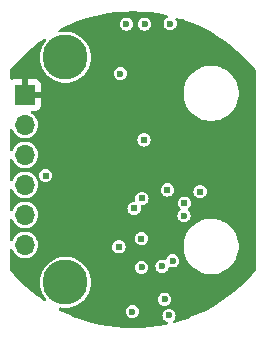
<source format=gbr>
%TF.GenerationSoftware,KiCad,Pcbnew,8.0.4-8.0.4-0~ubuntu22.04.1*%
%TF.CreationDate,2024-08-30T21:18:55-07:00*%
%TF.ProjectId,mag-encoder,6d61672d-656e-4636-9f64-65722e6b6963,1*%
%TF.SameCoordinates,Original*%
%TF.FileFunction,Copper,L3,Inr*%
%TF.FilePolarity,Positive*%
%FSLAX46Y46*%
G04 Gerber Fmt 4.6, Leading zero omitted, Abs format (unit mm)*
G04 Created by KiCad (PCBNEW 8.0.4-8.0.4-0~ubuntu22.04.1) date 2024-08-30 21:18:55*
%MOMM*%
%LPD*%
G01*
G04 APERTURE LIST*
%TA.AperFunction,ComponentPad*%
%ADD10C,3.810000*%
%TD*%
%TA.AperFunction,ComponentPad*%
%ADD11R,1.700000X1.700000*%
%TD*%
%TA.AperFunction,ComponentPad*%
%ADD12O,1.700000X1.700000*%
%TD*%
%TA.AperFunction,ViaPad*%
%ADD13C,0.600000*%
%TD*%
%TA.AperFunction,ViaPad*%
%ADD14C,0.609600*%
%TD*%
G04 APERTURE END LIST*
D10*
%TO.N,*%
%TO.C,H1*%
X224840800Y-114046000D03*
%TD*%
D11*
%TO.N,GND*%
%TO.C,J1*%
X221411800Y-117221000D03*
D12*
%TO.N,+3.3V*%
X221411800Y-119761000D03*
%TO.N,/CS*%
X221411800Y-122301000D03*
%TO.N,/MOSI*%
X221411800Y-124841000D03*
%TO.N,/MISO*%
X221411800Y-127381000D03*
%TO.N,/SCLK*%
X221411800Y-129921000D03*
%TD*%
D10*
%TO.N,*%
%TO.C,H2*%
X224840800Y-133096000D03*
%TD*%
D13*
%TO.N,+3.3V*%
X233705400Y-111175800D03*
D14*
X233464100Y-125260100D03*
X231317800Y-125984000D03*
D13*
X233248200Y-134518400D03*
X229489000Y-115417600D03*
%TO.N,GND*%
X231673400Y-115265200D03*
D14*
X226491800Y-117094000D03*
X232003600Y-122097800D03*
D13*
X228955600Y-135509000D03*
X232029000Y-135509000D03*
D14*
X233984800Y-121793000D03*
D13*
%TO.N,+5V*%
X231546400Y-111226600D03*
%TO.N,Net-(D4-A)*%
X231292400Y-131826000D03*
%TO.N,Net-(D1-K)*%
X229997000Y-111226600D03*
%TO.N,Net-(D3-A)*%
X233924399Y-131273400D03*
%TO.N,Net-(D4-K)*%
X230505000Y-135559800D03*
D14*
X229368646Y-130086100D03*
X231267000Y-129387600D03*
%TO.N,/A*%
X223157754Y-124046954D03*
%TO.N,/B*%
X236245400Y-125412501D03*
%TO.N,/PWM*%
X234911727Y-126377562D03*
D13*
%TO.N,Net-(Q1-D)*%
X233603800Y-135890000D03*
%TO.N,Net-(Q1-G)*%
X234883106Y-127441105D03*
%TO.N,Net-(D5-A)*%
X233019600Y-131724400D03*
D14*
%TO.N,/MISO*%
X231495600Y-121031000D03*
X230657400Y-126822200D03*
%TD*%
%TA.AperFunction,Conductor*%
%TO.N,GND*%
G36*
X231263939Y-110169733D02*
G01*
X231270471Y-110170079D01*
X231973341Y-110226166D01*
X231979872Y-110226862D01*
X232678775Y-110320167D01*
X232685272Y-110321210D01*
X233378224Y-110451465D01*
X233384641Y-110452849D01*
X233404533Y-110457693D01*
X233465010Y-110492681D01*
X233496972Y-110554812D01*
X233490269Y-110624359D01*
X233447030Y-110679242D01*
X233432685Y-110687180D01*
X233432800Y-110687379D01*
X233425761Y-110691442D01*
X233359554Y-110742245D01*
X233309926Y-110780326D01*
X233276132Y-110824368D01*
X233221043Y-110896161D01*
X233165172Y-111031045D01*
X233165171Y-111031047D01*
X233146115Y-111175798D01*
X233146115Y-111175801D01*
X233165171Y-111320552D01*
X233165173Y-111320557D01*
X233221042Y-111455438D01*
X233221045Y-111455444D01*
X233309925Y-111571273D01*
X233309926Y-111571274D01*
X233425755Y-111660154D01*
X233425761Y-111660157D01*
X233493201Y-111688091D01*
X233560646Y-111716028D01*
X233633023Y-111725556D01*
X233705399Y-111735085D01*
X233705400Y-111735085D01*
X233705401Y-111735085D01*
X233753651Y-111728732D01*
X233850154Y-111716028D01*
X233985043Y-111660155D01*
X234100874Y-111571274D01*
X234189755Y-111455443D01*
X234245628Y-111320554D01*
X234264685Y-111175800D01*
X234245628Y-111031046D01*
X234189755Y-110896158D01*
X234189754Y-110896156D01*
X234183737Y-110888315D01*
X234158542Y-110823146D01*
X234172580Y-110754701D01*
X234221394Y-110704711D01*
X234289485Y-110689047D01*
X234317801Y-110694075D01*
X234519507Y-110754701D01*
X234751293Y-110824368D01*
X234757544Y-110826429D01*
X235089309Y-110945679D01*
X235421081Y-111064933D01*
X235427198Y-111067316D01*
X235805895Y-111226601D01*
X236077126Y-111340684D01*
X236083124Y-111343396D01*
X236717654Y-111650876D01*
X236723496Y-111653902D01*
X237217818Y-111926731D01*
X237340772Y-111994592D01*
X237346444Y-111997921D01*
X237944831Y-112370922D01*
X237950297Y-112374535D01*
X238094404Y-112475360D01*
X238528022Y-112778743D01*
X238533313Y-112782658D01*
X238710674Y-112921329D01*
X239088793Y-113216964D01*
X239093834Y-113221126D01*
X239370338Y-113462012D01*
X239625474Y-113684283D01*
X239630315Y-113688731D01*
X239712634Y-113768514D01*
X240136626Y-114179444D01*
X240141229Y-114184148D01*
X240620788Y-114701033D01*
X240625135Y-114705975D01*
X240768004Y-114877371D01*
X240863439Y-114991862D01*
X240940549Y-115084368D01*
X240968353Y-115148467D01*
X240969300Y-115163764D01*
X240969300Y-131977739D01*
X240949615Y-132044778D01*
X240940439Y-132057266D01*
X240625188Y-132434408D01*
X240620843Y-132439334D01*
X240141037Y-132955165D01*
X240136438Y-132959855D01*
X239629944Y-133449598D01*
X239625102Y-133454037D01*
X239093413Y-133916245D01*
X239088343Y-133920422D01*
X238532919Y-134353828D01*
X238527635Y-134357731D01*
X237950026Y-134761126D01*
X237944543Y-134764743D01*
X237346393Y-135136975D01*
X237340726Y-135140297D01*
X236723695Y-135480335D01*
X236717860Y-135483352D01*
X236083693Y-135790236D01*
X236077706Y-135792940D01*
X235428155Y-136065819D01*
X235422051Y-136068194D01*
X234901394Y-136255148D01*
X234758994Y-136306281D01*
X234752755Y-136308336D01*
X234113350Y-136500365D01*
X234043482Y-136500795D01*
X233984473Y-136463383D01*
X233955057Y-136400007D01*
X233964575Y-136330789D01*
X233994841Y-136292535D01*
X233993527Y-136291221D01*
X233999269Y-136285477D01*
X233999274Y-136285474D01*
X234088155Y-136169643D01*
X234144028Y-136034754D01*
X234163085Y-135890000D01*
X234156428Y-135839438D01*
X234144028Y-135745247D01*
X234144028Y-135745246D01*
X234088155Y-135610358D01*
X233999274Y-135494526D01*
X233883443Y-135405645D01*
X233883440Y-135405644D01*
X233883438Y-135405642D01*
X233748557Y-135349773D01*
X233748552Y-135349771D01*
X233603801Y-135330715D01*
X233603799Y-135330715D01*
X233459047Y-135349771D01*
X233459045Y-135349772D01*
X233324161Y-135405643D01*
X233324158Y-135405644D01*
X233324158Y-135405645D01*
X233311905Y-135415047D01*
X233208326Y-135494526D01*
X233119443Y-135610361D01*
X233063572Y-135745245D01*
X233063571Y-135745247D01*
X233044515Y-135889998D01*
X233044515Y-135890001D01*
X233063571Y-136034752D01*
X233063573Y-136034757D01*
X233119442Y-136169638D01*
X233119445Y-136169644D01*
X233208325Y-136285473D01*
X233208326Y-136285474D01*
X233324155Y-136374354D01*
X233324161Y-136374357D01*
X233460514Y-136430836D01*
X233514918Y-136474677D01*
X233536983Y-136540971D01*
X233519704Y-136608670D01*
X233468567Y-136656281D01*
X233442388Y-136665879D01*
X233387127Y-136679330D01*
X233380707Y-136680714D01*
X232688310Y-136810857D01*
X232681824Y-136811899D01*
X231983508Y-136905192D01*
X231976976Y-136905889D01*
X231274699Y-136962070D01*
X231268140Y-136962420D01*
X230563890Y-136981332D01*
X230557321Y-136981335D01*
X229853021Y-136962925D01*
X229846461Y-136962579D01*
X229144162Y-136906901D01*
X229137630Y-136906209D01*
X228439231Y-136813413D01*
X228432744Y-136812375D01*
X227740273Y-136682730D01*
X227733851Y-136681351D01*
X227049191Y-136515211D01*
X227042851Y-136513493D01*
X226367959Y-136311333D01*
X226361718Y-136309282D01*
X225698491Y-136071669D01*
X225692368Y-136069291D01*
X225042629Y-135796880D01*
X225036640Y-135794180D01*
X224949793Y-135752230D01*
X224656084Y-135610358D01*
X224551413Y-135559798D01*
X229945715Y-135559798D01*
X229945715Y-135559801D01*
X229964771Y-135704552D01*
X229964773Y-135704557D01*
X230020642Y-135839438D01*
X230020645Y-135839444D01*
X230109525Y-135955273D01*
X230109526Y-135955274D01*
X230225355Y-136044154D01*
X230225361Y-136044157D01*
X230289102Y-136070559D01*
X230360246Y-136100028D01*
X230432623Y-136109556D01*
X230504999Y-136119085D01*
X230505000Y-136119085D01*
X230505001Y-136119085D01*
X230553251Y-136112732D01*
X230649754Y-136100028D01*
X230784643Y-136044155D01*
X230900474Y-135955274D01*
X230989355Y-135839443D01*
X231045228Y-135704554D01*
X231064285Y-135559800D01*
X231045228Y-135415046D01*
X230989355Y-135280158D01*
X230900474Y-135164326D01*
X230784643Y-135075445D01*
X230784640Y-135075444D01*
X230784638Y-135075442D01*
X230649757Y-135019573D01*
X230649752Y-135019571D01*
X230505001Y-135000515D01*
X230504999Y-135000515D01*
X230360247Y-135019571D01*
X230360245Y-135019572D01*
X230225361Y-135075443D01*
X230225358Y-135075444D01*
X230225358Y-135075445D01*
X230145171Y-135136975D01*
X230109526Y-135164326D01*
X230020643Y-135280161D01*
X229964772Y-135415045D01*
X229964771Y-135415047D01*
X229945715Y-135559798D01*
X224551413Y-135559798D01*
X224402254Y-135487749D01*
X224396416Y-135484736D01*
X224393900Y-135483352D01*
X224328600Y-135447426D01*
X224279352Y-135397864D01*
X224264717Y-135329545D01*
X224289341Y-135264158D01*
X224345407Y-135222464D01*
X224405252Y-135215938D01*
X224663469Y-135251429D01*
X224693085Y-135255500D01*
X224693086Y-135255500D01*
X224988515Y-135255500D01*
X225020068Y-135251163D01*
X225281190Y-135215273D01*
X225565662Y-135135567D01*
X225832709Y-135019572D01*
X225836630Y-135017869D01*
X225861484Y-135002755D01*
X226089051Y-134864369D01*
X226318218Y-134677928D01*
X226467209Y-134518398D01*
X232688915Y-134518398D01*
X232688915Y-134518401D01*
X232707971Y-134663152D01*
X232707973Y-134663157D01*
X232763842Y-134798038D01*
X232763845Y-134798044D01*
X232852725Y-134913873D01*
X232852726Y-134913874D01*
X232968555Y-135002754D01*
X232968561Y-135002757D01*
X233009159Y-135019573D01*
X233103446Y-135058628D01*
X233175823Y-135068156D01*
X233248199Y-135077685D01*
X233248200Y-135077685D01*
X233248201Y-135077685D01*
X233296451Y-135071332D01*
X233392954Y-135058628D01*
X233527843Y-135002755D01*
X233643674Y-134913874D01*
X233732555Y-134798043D01*
X233788428Y-134663154D01*
X233807485Y-134518400D01*
X233788428Y-134373646D01*
X233732555Y-134238758D01*
X233643674Y-134122926D01*
X233527843Y-134034045D01*
X233527840Y-134034044D01*
X233527838Y-134034042D01*
X233392957Y-133978173D01*
X233392952Y-133978171D01*
X233248201Y-133959115D01*
X233248199Y-133959115D01*
X233103447Y-133978171D01*
X233103445Y-133978172D01*
X232968561Y-134034043D01*
X232968558Y-134034044D01*
X232968558Y-134034045D01*
X232852726Y-134122926D01*
X232777725Y-134220670D01*
X232763843Y-134238761D01*
X232707972Y-134373645D01*
X232707971Y-134373647D01*
X232688915Y-134518398D01*
X226467209Y-134518398D01*
X226519863Y-134462019D01*
X226690230Y-134220663D01*
X226826146Y-133958357D01*
X226925079Y-133679988D01*
X226985185Y-133390739D01*
X227005346Y-133096000D01*
X226985185Y-132801261D01*
X226925079Y-132512012D01*
X226913099Y-132478305D01*
X226826147Y-132233646D01*
X226826148Y-132233646D01*
X226690229Y-131971335D01*
X226690225Y-131971329D01*
X226587640Y-131825998D01*
X230733115Y-131825998D01*
X230733115Y-131826001D01*
X230752171Y-131970752D01*
X230752173Y-131970757D01*
X230808042Y-132105638D01*
X230808045Y-132105644D01*
X230896925Y-132221473D01*
X230896926Y-132221474D01*
X231012755Y-132310354D01*
X231012761Y-132310357D01*
X231080201Y-132338291D01*
X231147646Y-132366228D01*
X231210995Y-132374568D01*
X231292399Y-132385285D01*
X231292400Y-132385285D01*
X231292401Y-132385285D01*
X231340651Y-132378932D01*
X231437154Y-132366228D01*
X231572043Y-132310355D01*
X231687874Y-132221474D01*
X231776755Y-132105643D01*
X231832628Y-131970754D01*
X231851685Y-131826000D01*
X231849669Y-131810690D01*
X231838309Y-131724398D01*
X232460315Y-131724398D01*
X232460315Y-131724401D01*
X232479371Y-131869152D01*
X232479373Y-131869157D01*
X232535242Y-132004038D01*
X232535245Y-132004044D01*
X232624125Y-132119873D01*
X232624126Y-132119874D01*
X232739955Y-132208754D01*
X232739961Y-132208757D01*
X232770663Y-132221474D01*
X232874846Y-132264628D01*
X232947223Y-132274156D01*
X233019599Y-132283685D01*
X233019600Y-132283685D01*
X233019601Y-132283685D01*
X233067851Y-132277332D01*
X233164354Y-132264628D01*
X233299243Y-132208755D01*
X233415074Y-132119874D01*
X233503955Y-132004043D01*
X233559828Y-131869154D01*
X233559827Y-131869154D01*
X233562938Y-131861646D01*
X233565377Y-131862656D01*
X233594933Y-131814150D01*
X233657774Y-131783610D01*
X233725810Y-131791328D01*
X233779645Y-131813628D01*
X233852022Y-131823156D01*
X233924398Y-131832685D01*
X233924399Y-131832685D01*
X233924400Y-131832685D01*
X233975192Y-131825998D01*
X234069153Y-131813628D01*
X234204042Y-131757755D01*
X234319873Y-131668874D01*
X234408754Y-131553043D01*
X234464627Y-131418154D01*
X234483684Y-131273400D01*
X234464627Y-131128646D01*
X234408754Y-130993758D01*
X234319873Y-130877926D01*
X234204042Y-130789045D01*
X234204039Y-130789044D01*
X234204037Y-130789042D01*
X234069156Y-130733173D01*
X234069151Y-130733171D01*
X233924400Y-130714115D01*
X233924398Y-130714115D01*
X233779646Y-130733171D01*
X233779644Y-130733172D01*
X233644760Y-130789043D01*
X233644757Y-130789044D01*
X233644757Y-130789045D01*
X233528925Y-130877926D01*
X233453113Y-130976727D01*
X233440042Y-130993761D01*
X233414083Y-131056433D01*
X233384172Y-131128645D01*
X233381061Y-131136155D01*
X233378626Y-131135146D01*
X233349032Y-131183680D01*
X233286178Y-131214196D01*
X233218188Y-131206471D01*
X233164354Y-131184172D01*
X233164351Y-131184171D01*
X233164352Y-131184171D01*
X233019601Y-131165115D01*
X233019599Y-131165115D01*
X232874847Y-131184171D01*
X232874845Y-131184172D01*
X232739961Y-131240043D01*
X232739958Y-131240044D01*
X232739958Y-131240045D01*
X232624126Y-131328926D01*
X232555661Y-131418152D01*
X232535243Y-131444761D01*
X232479372Y-131579645D01*
X232479371Y-131579647D01*
X232460315Y-131724398D01*
X231838309Y-131724398D01*
X231832628Y-131681247D01*
X231832628Y-131681246D01*
X231776755Y-131546358D01*
X231687874Y-131430526D01*
X231572043Y-131341645D01*
X231572040Y-131341644D01*
X231572038Y-131341642D01*
X231437157Y-131285773D01*
X231437152Y-131285771D01*
X231292401Y-131266715D01*
X231292399Y-131266715D01*
X231147647Y-131285771D01*
X231147645Y-131285772D01*
X231012761Y-131341643D01*
X231012758Y-131341644D01*
X231012758Y-131341645D01*
X230913052Y-131418152D01*
X230896926Y-131430526D01*
X230808043Y-131546361D01*
X230752172Y-131681245D01*
X230752171Y-131681247D01*
X230733115Y-131825998D01*
X226587640Y-131825998D01*
X226519865Y-131729983D01*
X226318214Y-131514068D01*
X226089057Y-131327635D01*
X226089046Y-131327628D01*
X225836630Y-131174130D01*
X225565665Y-131056434D01*
X225565663Y-131056433D01*
X225565662Y-131056433D01*
X225455262Y-131025500D01*
X225281195Y-130976728D01*
X225281191Y-130976727D01*
X225281190Y-130976727D01*
X225134852Y-130956613D01*
X224988515Y-130936500D01*
X224988514Y-130936500D01*
X224693086Y-130936500D01*
X224693085Y-130936500D01*
X224400410Y-130976727D01*
X224400404Y-130976728D01*
X224115934Y-131056434D01*
X223844969Y-131174130D01*
X223592553Y-131327628D01*
X223592542Y-131327635D01*
X223363385Y-131514068D01*
X223161734Y-131729983D01*
X222991374Y-131971329D01*
X222991370Y-131971335D01*
X222855452Y-132233646D01*
X222756522Y-132512006D01*
X222756521Y-132512009D01*
X222696414Y-132801266D01*
X222676254Y-133096000D01*
X222696414Y-133390733D01*
X222756521Y-133679990D01*
X222756522Y-133679993D01*
X222855452Y-133958353D01*
X222855451Y-133958353D01*
X222991370Y-134220664D01*
X222991374Y-134220670D01*
X223161734Y-134462017D01*
X223164408Y-134465303D01*
X223163611Y-134465951D01*
X223192884Y-134524218D01*
X223185518Y-134593699D01*
X223141756Y-134648166D01*
X223075495Y-134670328D01*
X223007770Y-134653149D01*
X222999960Y-134648126D01*
X222822269Y-134524218D01*
X222591687Y-134363427D01*
X222586402Y-134359530D01*
X222408186Y-134220670D01*
X222030662Y-133926515D01*
X222025591Y-133922343D01*
X221493561Y-133460505D01*
X221488716Y-133456070D01*
X220981881Y-132966699D01*
X220977278Y-132962012D01*
X220497097Y-132446514D01*
X220492748Y-132441591D01*
X220171217Y-132057494D01*
X220143279Y-131993453D01*
X220142300Y-131977899D01*
X220142300Y-130376628D01*
X220161985Y-130309589D01*
X220214789Y-130263834D01*
X220283947Y-130253890D01*
X220347503Y-130282915D01*
X220377300Y-130321356D01*
X220468712Y-130504935D01*
X220592069Y-130668287D01*
X220743337Y-130806185D01*
X220743339Y-130806187D01*
X220917369Y-130913942D01*
X220917375Y-130913945D01*
X220957810Y-130929609D01*
X221108244Y-130987888D01*
X221309453Y-131025500D01*
X221309456Y-131025500D01*
X221514144Y-131025500D01*
X221514147Y-131025500D01*
X221715356Y-130987888D01*
X221906227Y-130913944D01*
X222080262Y-130806186D01*
X222231532Y-130668285D01*
X222354888Y-130504935D01*
X222446128Y-130321701D01*
X222502145Y-130124821D01*
X222505733Y-130086098D01*
X228804520Y-130086098D01*
X228804520Y-130086101D01*
X228823741Y-130232105D01*
X228823742Y-130232107D01*
X228860853Y-130321701D01*
X228880099Y-130368163D01*
X228969749Y-130484997D01*
X229086583Y-130574647D01*
X229222639Y-130631004D01*
X229295642Y-130640615D01*
X229368645Y-130650226D01*
X229368646Y-130650226D01*
X229368647Y-130650226D01*
X229417315Y-130643818D01*
X229514653Y-130631004D01*
X229650709Y-130574647D01*
X229767543Y-130484997D01*
X229857193Y-130368163D01*
X229913550Y-130232107D01*
X229932772Y-130086100D01*
X229913550Y-129940093D01*
X229857193Y-129804037D01*
X229767543Y-129687203D01*
X229650709Y-129597553D01*
X229650705Y-129597551D01*
X229514653Y-129541196D01*
X229514651Y-129541195D01*
X229368647Y-129521974D01*
X229368645Y-129521974D01*
X229222640Y-129541195D01*
X229222638Y-129541196D01*
X229086586Y-129597551D01*
X228969749Y-129687203D01*
X228880097Y-129804040D01*
X228823742Y-129940092D01*
X228823741Y-129940094D01*
X228804520Y-130086098D01*
X222505733Y-130086098D01*
X222521032Y-129921000D01*
X222502145Y-129717179D01*
X222446128Y-129520299D01*
X222380051Y-129387598D01*
X230702874Y-129387598D01*
X230702874Y-129387601D01*
X230722095Y-129533605D01*
X230722096Y-129533607D01*
X230748583Y-129597553D01*
X230778453Y-129669663D01*
X230868103Y-129786497D01*
X230984937Y-129876147D01*
X231120993Y-129932504D01*
X231193996Y-129942115D01*
X231266999Y-129951726D01*
X231267000Y-129951726D01*
X231267001Y-129951726D01*
X231315669Y-129945318D01*
X231413007Y-129932504D01*
X231496477Y-129897929D01*
X234842300Y-129897929D01*
X234842300Y-130204070D01*
X234842301Y-130204086D01*
X234882260Y-130507607D01*
X234961502Y-130803340D01*
X235078654Y-131086173D01*
X235078662Y-131086189D01*
X235231731Y-131351310D01*
X235231742Y-131351326D01*
X235418109Y-131594204D01*
X235418115Y-131594211D01*
X235634588Y-131810684D01*
X235634595Y-131810690D01*
X235710784Y-131869152D01*
X235877482Y-131997064D01*
X235877489Y-131997068D01*
X236142610Y-132150137D01*
X236142626Y-132150145D01*
X236425459Y-132267297D01*
X236425461Y-132267297D01*
X236425467Y-132267300D01*
X236721189Y-132346539D01*
X237024723Y-132386500D01*
X237024730Y-132386500D01*
X237330870Y-132386500D01*
X237330877Y-132386500D01*
X237634411Y-132346539D01*
X237930133Y-132267300D01*
X238040770Y-132221473D01*
X238212973Y-132150145D01*
X238212976Y-132150143D01*
X238212982Y-132150141D01*
X238478118Y-131997064D01*
X238721006Y-131810689D01*
X238937489Y-131594206D01*
X239123864Y-131351318D01*
X239276941Y-131086182D01*
X239289264Y-131056433D01*
X239394097Y-130803340D01*
X239394096Y-130803340D01*
X239394100Y-130803333D01*
X239473339Y-130507611D01*
X239513300Y-130204077D01*
X239513300Y-129897923D01*
X239473339Y-129594389D01*
X239394100Y-129298667D01*
X239370460Y-129241594D01*
X239276945Y-129015826D01*
X239276937Y-129015810D01*
X239123868Y-128750689D01*
X239123864Y-128750682D01*
X238937489Y-128507794D01*
X238937484Y-128507788D01*
X238721011Y-128291315D01*
X238721004Y-128291309D01*
X238478126Y-128104942D01*
X238478124Y-128104940D01*
X238478118Y-128104936D01*
X238478113Y-128104933D01*
X238478110Y-128104931D01*
X238212989Y-127951862D01*
X238212973Y-127951854D01*
X237930140Y-127834702D01*
X237732350Y-127781704D01*
X237634411Y-127755461D01*
X237634410Y-127755460D01*
X237634407Y-127755460D01*
X237330886Y-127715501D01*
X237330883Y-127715500D01*
X237330877Y-127715500D01*
X237024723Y-127715500D01*
X237024717Y-127715500D01*
X237024713Y-127715501D01*
X236721192Y-127755460D01*
X236425459Y-127834702D01*
X236142626Y-127951854D01*
X236142610Y-127951862D01*
X235877489Y-128104931D01*
X235877473Y-128104942D01*
X235634595Y-128291309D01*
X235634588Y-128291315D01*
X235418115Y-128507788D01*
X235418109Y-128507795D01*
X235231742Y-128750673D01*
X235231731Y-128750689D01*
X235078662Y-129015810D01*
X235078654Y-129015826D01*
X234961502Y-129298659D01*
X234882260Y-129594392D01*
X234842301Y-129897913D01*
X234842300Y-129897929D01*
X231496477Y-129897929D01*
X231549063Y-129876147D01*
X231665897Y-129786497D01*
X231755547Y-129669663D01*
X231811904Y-129533607D01*
X231831126Y-129387600D01*
X231811904Y-129241593D01*
X231755547Y-129105537D01*
X231665897Y-128988703D01*
X231549063Y-128899053D01*
X231549059Y-128899051D01*
X231413007Y-128842696D01*
X231413005Y-128842695D01*
X231267001Y-128823474D01*
X231266999Y-128823474D01*
X231120994Y-128842695D01*
X231120992Y-128842696D01*
X230984940Y-128899051D01*
X230984937Y-128899052D01*
X230984937Y-128899053D01*
X230868103Y-128988703D01*
X230831954Y-129035814D01*
X230778451Y-129105540D01*
X230722096Y-129241592D01*
X230722095Y-129241594D01*
X230702874Y-129387598D01*
X222380051Y-129387598D01*
X222354888Y-129337065D01*
X222231532Y-129173715D01*
X222231530Y-129173712D01*
X222080262Y-129035814D01*
X222080260Y-129035812D01*
X221906230Y-128928057D01*
X221906224Y-128928054D01*
X221755793Y-128869777D01*
X221715356Y-128854112D01*
X221514147Y-128816500D01*
X221309453Y-128816500D01*
X221108244Y-128854112D01*
X221108241Y-128854112D01*
X221108241Y-128854113D01*
X220917375Y-128928054D01*
X220917369Y-128928057D01*
X220743339Y-129035812D01*
X220743337Y-129035814D01*
X220592069Y-129173712D01*
X220468712Y-129337064D01*
X220377300Y-129520643D01*
X220329797Y-129571880D01*
X220262134Y-129589301D01*
X220195794Y-129567375D01*
X220151839Y-129513064D01*
X220142300Y-129465371D01*
X220142300Y-127836628D01*
X220161985Y-127769589D01*
X220214789Y-127723834D01*
X220283947Y-127713890D01*
X220347503Y-127742915D01*
X220377300Y-127781356D01*
X220468712Y-127964935D01*
X220592069Y-128128287D01*
X220743337Y-128266185D01*
X220743339Y-128266187D01*
X220917369Y-128373942D01*
X220917375Y-128373945D01*
X220957810Y-128389609D01*
X221108244Y-128447888D01*
X221309453Y-128485500D01*
X221309456Y-128485500D01*
X221514144Y-128485500D01*
X221514147Y-128485500D01*
X221715356Y-128447888D01*
X221906227Y-128373944D01*
X222080262Y-128266186D01*
X222231532Y-128128285D01*
X222354888Y-127964935D01*
X222446128Y-127781701D01*
X222502145Y-127584821D01*
X222515463Y-127441103D01*
X234323821Y-127441103D01*
X234323821Y-127441106D01*
X234342877Y-127585857D01*
X234342879Y-127585862D01*
X234398748Y-127720743D01*
X234398751Y-127720749D01*
X234487631Y-127836578D01*
X234487632Y-127836579D01*
X234603461Y-127925459D01*
X234603467Y-127925462D01*
X234667184Y-127951854D01*
X234738352Y-127981333D01*
X234810729Y-127990861D01*
X234883105Y-128000390D01*
X234883106Y-128000390D01*
X234883107Y-128000390D01*
X234931357Y-127994037D01*
X235027860Y-127981333D01*
X235162749Y-127925460D01*
X235278580Y-127836579D01*
X235367461Y-127720748D01*
X235423334Y-127585859D01*
X235442391Y-127441105D01*
X235423334Y-127296351D01*
X235367461Y-127161463D01*
X235278580Y-127045631D01*
X235278577Y-127045629D01*
X235278576Y-127045627D01*
X235247411Y-127021713D01*
X235206208Y-126965285D01*
X235202054Y-126895539D01*
X235236267Y-126834619D01*
X235247398Y-126824973D01*
X235310624Y-126776459D01*
X235400274Y-126659625D01*
X235456631Y-126523569D01*
X235474471Y-126388057D01*
X235475853Y-126377563D01*
X235475853Y-126377560D01*
X235456631Y-126231556D01*
X235456631Y-126231555D01*
X235400274Y-126095499D01*
X235310624Y-125978665D01*
X235193790Y-125889015D01*
X235193786Y-125889013D01*
X235057734Y-125832658D01*
X235057732Y-125832657D01*
X234911728Y-125813436D01*
X234911726Y-125813436D01*
X234765721Y-125832657D01*
X234765719Y-125832658D01*
X234629667Y-125889013D01*
X234629664Y-125889014D01*
X234629664Y-125889015D01*
X234540538Y-125957404D01*
X234512830Y-125978665D01*
X234423178Y-126095502D01*
X234366823Y-126231554D01*
X234366822Y-126231556D01*
X234347601Y-126377560D01*
X234347601Y-126377563D01*
X234366822Y-126523567D01*
X234366823Y-126523569D01*
X234412447Y-126633715D01*
X234423180Y-126659625D01*
X234512830Y-126776459D01*
X234533571Y-126792374D01*
X234547421Y-126803002D01*
X234588623Y-126859430D01*
X234592778Y-126929176D01*
X234558565Y-126990096D01*
X234547422Y-126999752D01*
X234487633Y-127045630D01*
X234398749Y-127161466D01*
X234342878Y-127296350D01*
X234342877Y-127296352D01*
X234323821Y-127441103D01*
X222515463Y-127441103D01*
X222521032Y-127381000D01*
X222502145Y-127177179D01*
X222446128Y-126980299D01*
X222367403Y-126822198D01*
X230093274Y-126822198D01*
X230093274Y-126822201D01*
X230112495Y-126968205D01*
X230112496Y-126968207D01*
X230146086Y-127049301D01*
X230168853Y-127104263D01*
X230258503Y-127221097D01*
X230375337Y-127310747D01*
X230511393Y-127367104D01*
X230584396Y-127376715D01*
X230657399Y-127386326D01*
X230657400Y-127386326D01*
X230657401Y-127386326D01*
X230706069Y-127379918D01*
X230803407Y-127367104D01*
X230939463Y-127310747D01*
X231056297Y-127221097D01*
X231145947Y-127104263D01*
X231202304Y-126968207D01*
X231219891Y-126834619D01*
X231221526Y-126822201D01*
X231221526Y-126822200D01*
X231221526Y-126822198D01*
X231203883Y-126688190D01*
X231214648Y-126619159D01*
X231261028Y-126566903D01*
X231310637Y-126549069D01*
X231317800Y-126548126D01*
X231463807Y-126528904D01*
X231599863Y-126472547D01*
X231716697Y-126382897D01*
X231806347Y-126266063D01*
X231862704Y-126130007D01*
X231881926Y-125984000D01*
X231880955Y-125976627D01*
X231862704Y-125837994D01*
X231862704Y-125837993D01*
X231806347Y-125701937D01*
X231716697Y-125585103D01*
X231599863Y-125495453D01*
X231599859Y-125495451D01*
X231463807Y-125439096D01*
X231463805Y-125439095D01*
X231317801Y-125419874D01*
X231317799Y-125419874D01*
X231171794Y-125439095D01*
X231171792Y-125439096D01*
X231035740Y-125495451D01*
X231035737Y-125495452D01*
X231035737Y-125495453D01*
X230953565Y-125558506D01*
X230918903Y-125585103D01*
X230829251Y-125701940D01*
X230772896Y-125837992D01*
X230772895Y-125837994D01*
X230753674Y-125983998D01*
X230753674Y-125984001D01*
X230771316Y-126118006D01*
X230760550Y-126187041D01*
X230714170Y-126239297D01*
X230664563Y-126257130D01*
X230529496Y-126274912D01*
X230511393Y-126277296D01*
X230511392Y-126277296D01*
X230375340Y-126333651D01*
X230375337Y-126333652D01*
X230375337Y-126333653D01*
X230258503Y-126423303D01*
X230177473Y-126528904D01*
X230168851Y-126540140D01*
X230112496Y-126676192D01*
X230112495Y-126676194D01*
X230093274Y-126822198D01*
X222367403Y-126822198D01*
X222354888Y-126797065D01*
X222231532Y-126633715D01*
X222231530Y-126633712D01*
X222080262Y-126495814D01*
X222080260Y-126495812D01*
X221906230Y-126388057D01*
X221906224Y-126388054D01*
X221755793Y-126329777D01*
X221715356Y-126314112D01*
X221514147Y-126276500D01*
X221309453Y-126276500D01*
X221108244Y-126314112D01*
X221108241Y-126314112D01*
X221108241Y-126314113D01*
X220917375Y-126388054D01*
X220917369Y-126388057D01*
X220743339Y-126495812D01*
X220743337Y-126495814D01*
X220592069Y-126633712D01*
X220468712Y-126797064D01*
X220377300Y-126980643D01*
X220329797Y-127031880D01*
X220262134Y-127049301D01*
X220195794Y-127027375D01*
X220151839Y-126973064D01*
X220142300Y-126925371D01*
X220142300Y-125296628D01*
X220161985Y-125229589D01*
X220214789Y-125183834D01*
X220283947Y-125173890D01*
X220347503Y-125202915D01*
X220377300Y-125241356D01*
X220468712Y-125424935D01*
X220592069Y-125588287D01*
X220743337Y-125726185D01*
X220743339Y-125726187D01*
X220917369Y-125833942D01*
X220917375Y-125833945D01*
X220927827Y-125837994D01*
X221108244Y-125907888D01*
X221309453Y-125945500D01*
X221309456Y-125945500D01*
X221514144Y-125945500D01*
X221514147Y-125945500D01*
X221715356Y-125907888D01*
X221906227Y-125833944D01*
X222080262Y-125726186D01*
X222231532Y-125588285D01*
X222354888Y-125424935D01*
X222436967Y-125260098D01*
X232899974Y-125260098D01*
X232899974Y-125260101D01*
X232919195Y-125406105D01*
X232919196Y-125406107D01*
X232975553Y-125542163D01*
X233065203Y-125658997D01*
X233182037Y-125748647D01*
X233318093Y-125805004D01*
X233366653Y-125811397D01*
X233464099Y-125824226D01*
X233464100Y-125824226D01*
X233464101Y-125824226D01*
X233512769Y-125817818D01*
X233610107Y-125805004D01*
X233746163Y-125748647D01*
X233862997Y-125658997D01*
X233952647Y-125542163D01*
X234006356Y-125412499D01*
X235681274Y-125412499D01*
X235681274Y-125412502D01*
X235700495Y-125558506D01*
X235700496Y-125558508D01*
X235756853Y-125694564D01*
X235846503Y-125811398D01*
X235963337Y-125901048D01*
X236099393Y-125957405D01*
X236172396Y-125967016D01*
X236245399Y-125976627D01*
X236245400Y-125976627D01*
X236245401Y-125976627D01*
X236294069Y-125970219D01*
X236391407Y-125957405D01*
X236527463Y-125901048D01*
X236644297Y-125811398D01*
X236733947Y-125694564D01*
X236790304Y-125558508D01*
X236809526Y-125412501D01*
X236790304Y-125266494D01*
X236733947Y-125130438D01*
X236644297Y-125013604D01*
X236527463Y-124923954D01*
X236527459Y-124923952D01*
X236391407Y-124867597D01*
X236391405Y-124867596D01*
X236245401Y-124848375D01*
X236245399Y-124848375D01*
X236099394Y-124867596D01*
X236099392Y-124867597D01*
X235963340Y-124923952D01*
X235846503Y-125013604D01*
X235756851Y-125130441D01*
X235700496Y-125266493D01*
X235700495Y-125266495D01*
X235681274Y-125412499D01*
X234006356Y-125412499D01*
X234009004Y-125406107D01*
X234028226Y-125260100D01*
X234025758Y-125241356D01*
X234009004Y-125114094D01*
X234009004Y-125114093D01*
X233952647Y-124978037D01*
X233862997Y-124861203D01*
X233746163Y-124771553D01*
X233746159Y-124771551D01*
X233610107Y-124715196D01*
X233610105Y-124715195D01*
X233464101Y-124695974D01*
X233464099Y-124695974D01*
X233318094Y-124715195D01*
X233318092Y-124715196D01*
X233182040Y-124771551D01*
X233182037Y-124771552D01*
X233182037Y-124771553D01*
X233065203Y-124861203D01*
X233017053Y-124923954D01*
X232975551Y-124978040D01*
X232919196Y-125114092D01*
X232919195Y-125114094D01*
X232899974Y-125260098D01*
X222436967Y-125260098D01*
X222446128Y-125241701D01*
X222502145Y-125044821D01*
X222521032Y-124841000D01*
X222502145Y-124637179D01*
X222446128Y-124440299D01*
X222354888Y-124257065D01*
X222231532Y-124093715D01*
X222231530Y-124093712D01*
X222180236Y-124046952D01*
X222593628Y-124046952D01*
X222593628Y-124046955D01*
X222612849Y-124192959D01*
X222612850Y-124192961D01*
X222669207Y-124329017D01*
X222758857Y-124445851D01*
X222875691Y-124535501D01*
X223011747Y-124591858D01*
X223084750Y-124601469D01*
X223157753Y-124611080D01*
X223157754Y-124611080D01*
X223157755Y-124611080D01*
X223206423Y-124604672D01*
X223303761Y-124591858D01*
X223439817Y-124535501D01*
X223556651Y-124445851D01*
X223646301Y-124329017D01*
X223702658Y-124192961D01*
X223721880Y-124046954D01*
X223702658Y-123900947D01*
X223646301Y-123764891D01*
X223556651Y-123648057D01*
X223439817Y-123558407D01*
X223439813Y-123558405D01*
X223303761Y-123502050D01*
X223303759Y-123502049D01*
X223157755Y-123482828D01*
X223157753Y-123482828D01*
X223011748Y-123502049D01*
X223011746Y-123502050D01*
X222875694Y-123558405D01*
X222758857Y-123648057D01*
X222669205Y-123764894D01*
X222612850Y-123900946D01*
X222612849Y-123900948D01*
X222593628Y-124046952D01*
X222180236Y-124046952D01*
X222080262Y-123955814D01*
X222080260Y-123955812D01*
X221906230Y-123848057D01*
X221906224Y-123848054D01*
X221755793Y-123789777D01*
X221715356Y-123774112D01*
X221514147Y-123736500D01*
X221309453Y-123736500D01*
X221108244Y-123774112D01*
X221108241Y-123774112D01*
X221108241Y-123774113D01*
X220917375Y-123848054D01*
X220917369Y-123848057D01*
X220743339Y-123955812D01*
X220743337Y-123955814D01*
X220592069Y-124093712D01*
X220468712Y-124257064D01*
X220377300Y-124440643D01*
X220329797Y-124491880D01*
X220262134Y-124509301D01*
X220195794Y-124487375D01*
X220151839Y-124433064D01*
X220142300Y-124385371D01*
X220142300Y-122756628D01*
X220161985Y-122689589D01*
X220214789Y-122643834D01*
X220283947Y-122633890D01*
X220347503Y-122662915D01*
X220377300Y-122701356D01*
X220468712Y-122884935D01*
X220592069Y-123048287D01*
X220743337Y-123186185D01*
X220743339Y-123186187D01*
X220917369Y-123293942D01*
X220917375Y-123293945D01*
X220957810Y-123309609D01*
X221108244Y-123367888D01*
X221309453Y-123405500D01*
X221309456Y-123405500D01*
X221514144Y-123405500D01*
X221514147Y-123405500D01*
X221715356Y-123367888D01*
X221906227Y-123293944D01*
X222080262Y-123186186D01*
X222231532Y-123048285D01*
X222354888Y-122884935D01*
X222446128Y-122701701D01*
X222502145Y-122504821D01*
X222521032Y-122301000D01*
X222502145Y-122097179D01*
X222446128Y-121900299D01*
X222354888Y-121717065D01*
X222262804Y-121595126D01*
X222231530Y-121553712D01*
X222080262Y-121415814D01*
X222080260Y-121415812D01*
X221906230Y-121308057D01*
X221906224Y-121308054D01*
X221755793Y-121249777D01*
X221715356Y-121234112D01*
X221514147Y-121196500D01*
X221309453Y-121196500D01*
X221108244Y-121234112D01*
X221108241Y-121234112D01*
X221108241Y-121234113D01*
X220917375Y-121308054D01*
X220917369Y-121308057D01*
X220743339Y-121415812D01*
X220743337Y-121415814D01*
X220592069Y-121553712D01*
X220468712Y-121717064D01*
X220377300Y-121900643D01*
X220329797Y-121951880D01*
X220262134Y-121969301D01*
X220195794Y-121947375D01*
X220151839Y-121893064D01*
X220142300Y-121845371D01*
X220142300Y-121030998D01*
X230931474Y-121030998D01*
X230931474Y-121031001D01*
X230950695Y-121177005D01*
X230950696Y-121177007D01*
X231007053Y-121313063D01*
X231096703Y-121429897D01*
X231213537Y-121519547D01*
X231349593Y-121575904D01*
X231422596Y-121585515D01*
X231495599Y-121595126D01*
X231495600Y-121595126D01*
X231495601Y-121595126D01*
X231544269Y-121588718D01*
X231641607Y-121575904D01*
X231777663Y-121519547D01*
X231894497Y-121429897D01*
X231984147Y-121313063D01*
X232040504Y-121177007D01*
X232059726Y-121031000D01*
X232040504Y-120884993D01*
X231984147Y-120748937D01*
X231894497Y-120632103D01*
X231777663Y-120542453D01*
X231777659Y-120542451D01*
X231641607Y-120486096D01*
X231641605Y-120486095D01*
X231495601Y-120466874D01*
X231495599Y-120466874D01*
X231349594Y-120486095D01*
X231349592Y-120486096D01*
X231213540Y-120542451D01*
X231213537Y-120542452D01*
X231213537Y-120542453D01*
X231096703Y-120632103D01*
X231085898Y-120646185D01*
X231007051Y-120748940D01*
X230950696Y-120884992D01*
X230950695Y-120884994D01*
X230931474Y-121030998D01*
X220142300Y-121030998D01*
X220142300Y-120216628D01*
X220161985Y-120149589D01*
X220214789Y-120103834D01*
X220283947Y-120093890D01*
X220347503Y-120122915D01*
X220377300Y-120161356D01*
X220468712Y-120344935D01*
X220592069Y-120508287D01*
X220743337Y-120646185D01*
X220743339Y-120646187D01*
X220917369Y-120753942D01*
X220917375Y-120753945D01*
X220957810Y-120769609D01*
X221108244Y-120827888D01*
X221309453Y-120865500D01*
X221309456Y-120865500D01*
X221514144Y-120865500D01*
X221514147Y-120865500D01*
X221715356Y-120827888D01*
X221906227Y-120753944D01*
X222080262Y-120646186D01*
X222231532Y-120508285D01*
X222354888Y-120344935D01*
X222446128Y-120161701D01*
X222502145Y-119964821D01*
X222521032Y-119761000D01*
X222502145Y-119557179D01*
X222446128Y-119360299D01*
X222354888Y-119177065D01*
X222295704Y-119098693D01*
X222231530Y-119013712D01*
X222080262Y-118875814D01*
X222080260Y-118875812D01*
X221958508Y-118800427D01*
X221911872Y-118748399D01*
X221900768Y-118679418D01*
X221928721Y-118615383D01*
X221986856Y-118576627D01*
X222023785Y-118571000D01*
X222309628Y-118571000D01*
X222309644Y-118570999D01*
X222369172Y-118564598D01*
X222369179Y-118564596D01*
X222503886Y-118514354D01*
X222503893Y-118514350D01*
X222618987Y-118428190D01*
X222618990Y-118428187D01*
X222705150Y-118313093D01*
X222705154Y-118313086D01*
X222755396Y-118178379D01*
X222755398Y-118178372D01*
X222761799Y-118118844D01*
X222761800Y-118118827D01*
X222761800Y-117471000D01*
X221844812Y-117471000D01*
X221877725Y-117413993D01*
X221911800Y-117286826D01*
X221911800Y-117155174D01*
X221877725Y-117028007D01*
X221844812Y-116971000D01*
X222761800Y-116971000D01*
X222761800Y-116937929D01*
X234842300Y-116937929D01*
X234842300Y-117244070D01*
X234842301Y-117244086D01*
X234882260Y-117547607D01*
X234961502Y-117843340D01*
X235078654Y-118126173D01*
X235078662Y-118126189D01*
X235231731Y-118391310D01*
X235231742Y-118391326D01*
X235418109Y-118634204D01*
X235418115Y-118634211D01*
X235634588Y-118850684D01*
X235634594Y-118850689D01*
X235877482Y-119037064D01*
X235877489Y-119037068D01*
X236142610Y-119190137D01*
X236142626Y-119190145D01*
X236425459Y-119307297D01*
X236425461Y-119307297D01*
X236425467Y-119307300D01*
X236721189Y-119386539D01*
X237024723Y-119426500D01*
X237024730Y-119426500D01*
X237330870Y-119426500D01*
X237330877Y-119426500D01*
X237634411Y-119386539D01*
X237930133Y-119307300D01*
X238006441Y-119275692D01*
X238212973Y-119190145D01*
X238212976Y-119190143D01*
X238212982Y-119190141D01*
X238478118Y-119037064D01*
X238721006Y-118850689D01*
X238937489Y-118634206D01*
X239123864Y-118391318D01*
X239276941Y-118126182D01*
X239279981Y-118118844D01*
X239394097Y-117843340D01*
X239394096Y-117843340D01*
X239394100Y-117843333D01*
X239473339Y-117547611D01*
X239513300Y-117244077D01*
X239513300Y-116937923D01*
X239473339Y-116634389D01*
X239394100Y-116338667D01*
X239338941Y-116205500D01*
X239276945Y-116055826D01*
X239276937Y-116055810D01*
X239123868Y-115790689D01*
X239123864Y-115790682D01*
X239052162Y-115697238D01*
X238937490Y-115547795D01*
X238937484Y-115547788D01*
X238721011Y-115331315D01*
X238721004Y-115331309D01*
X238478126Y-115144942D01*
X238478124Y-115144940D01*
X238478118Y-115144936D01*
X238478113Y-115144933D01*
X238478110Y-115144931D01*
X238212989Y-114991862D01*
X238212973Y-114991854D01*
X237930140Y-114874702D01*
X237905333Y-114868055D01*
X237634411Y-114795461D01*
X237634410Y-114795460D01*
X237634407Y-114795460D01*
X237330886Y-114755501D01*
X237330883Y-114755500D01*
X237330877Y-114755500D01*
X237024723Y-114755500D01*
X237024717Y-114755500D01*
X237024713Y-114755501D01*
X236721192Y-114795460D01*
X236425459Y-114874702D01*
X236142626Y-114991854D01*
X236142610Y-114991862D01*
X235877489Y-115144931D01*
X235877473Y-115144942D01*
X235634595Y-115331309D01*
X235634588Y-115331315D01*
X235418115Y-115547788D01*
X235418109Y-115547795D01*
X235231742Y-115790673D01*
X235231731Y-115790689D01*
X235078662Y-116055810D01*
X235078654Y-116055826D01*
X234961502Y-116338659D01*
X234882260Y-116634392D01*
X234842301Y-116937913D01*
X234842300Y-116937929D01*
X222761800Y-116937929D01*
X222761800Y-116323172D01*
X222761799Y-116323155D01*
X222755398Y-116263627D01*
X222755396Y-116263620D01*
X222705154Y-116128913D01*
X222705150Y-116128906D01*
X222618990Y-116013812D01*
X222618987Y-116013809D01*
X222503893Y-115927649D01*
X222503886Y-115927645D01*
X222369179Y-115877403D01*
X222369172Y-115877401D01*
X222309644Y-115871000D01*
X221661800Y-115871000D01*
X221661800Y-116787988D01*
X221604793Y-116755075D01*
X221477626Y-116721000D01*
X221345974Y-116721000D01*
X221218807Y-116755075D01*
X221161800Y-116787988D01*
X221161800Y-115871000D01*
X220513955Y-115871000D01*
X220454427Y-115877401D01*
X220454420Y-115877403D01*
X220311401Y-115930746D01*
X220310274Y-115927726D01*
X220257432Y-115939212D01*
X220191972Y-115914783D01*
X220150111Y-115858842D01*
X220142300Y-115815529D01*
X220142300Y-115163764D01*
X220161985Y-115096725D01*
X220171051Y-115084368D01*
X220486475Y-114705962D01*
X220490799Y-114701045D01*
X220970387Y-114184130D01*
X220974954Y-114179462D01*
X221481303Y-113688713D01*
X221486099Y-113684306D01*
X222017783Y-113221110D01*
X222022787Y-113216979D01*
X222578294Y-112782651D01*
X222583577Y-112778743D01*
X223017197Y-112475359D01*
X223083410Y-112453057D01*
X223151171Y-112470092D01*
X223198965Y-112521058D01*
X223211617Y-112589773D01*
X223185112Y-112654419D01*
X223178907Y-112661595D01*
X223161734Y-112679983D01*
X222991374Y-112921329D01*
X222991370Y-112921335D01*
X222855452Y-113183646D01*
X222756522Y-113462006D01*
X222756521Y-113462009D01*
X222696414Y-113751266D01*
X222676254Y-114046000D01*
X222696414Y-114340733D01*
X222756521Y-114629990D01*
X222756522Y-114629993D01*
X222855452Y-114908353D01*
X222855451Y-114908353D01*
X222991370Y-115170664D01*
X222991374Y-115170670D01*
X223161734Y-115412016D01*
X223363385Y-115627931D01*
X223592542Y-115814364D01*
X223592545Y-115814366D01*
X223592549Y-115814369D01*
X223594457Y-115815529D01*
X223844969Y-115967869D01*
X224030032Y-116048253D01*
X224115938Y-116085567D01*
X224400410Y-116165273D01*
X224657719Y-116200638D01*
X224693085Y-116205500D01*
X224693086Y-116205500D01*
X224988515Y-116205500D01*
X225020068Y-116201163D01*
X225281190Y-116165273D01*
X225565662Y-116085567D01*
X225836632Y-115967868D01*
X226089051Y-115814369D01*
X226318218Y-115627928D01*
X226514653Y-115417598D01*
X228929715Y-115417598D01*
X228929715Y-115417601D01*
X228948771Y-115562352D01*
X228948773Y-115562357D01*
X229004642Y-115697238D01*
X229004645Y-115697244D01*
X229093525Y-115813073D01*
X229093526Y-115813074D01*
X229209355Y-115901954D01*
X229209361Y-115901957D01*
X229276801Y-115929891D01*
X229344246Y-115957828D01*
X229416623Y-115967356D01*
X229488999Y-115976885D01*
X229489000Y-115976885D01*
X229489001Y-115976885D01*
X229557484Y-115967869D01*
X229633754Y-115957828D01*
X229768643Y-115901955D01*
X229884474Y-115813074D01*
X229973355Y-115697243D01*
X230029228Y-115562354D01*
X230048285Y-115417600D01*
X230047550Y-115412019D01*
X230029228Y-115272847D01*
X230029228Y-115272846D01*
X229973355Y-115137958D01*
X229884474Y-115022126D01*
X229768643Y-114933245D01*
X229768640Y-114933244D01*
X229768638Y-114933242D01*
X229633757Y-114877373D01*
X229633752Y-114877371D01*
X229489001Y-114858315D01*
X229488999Y-114858315D01*
X229344247Y-114877371D01*
X229344245Y-114877372D01*
X229209361Y-114933243D01*
X229209358Y-114933244D01*
X229209358Y-114933245D01*
X229093526Y-115022126D01*
X229019300Y-115118860D01*
X229004643Y-115137961D01*
X228948772Y-115272845D01*
X228948771Y-115272847D01*
X228929715Y-115417598D01*
X226514653Y-115417598D01*
X226519863Y-115412019D01*
X226690230Y-115170663D01*
X226826146Y-114908357D01*
X226925079Y-114629988D01*
X226985185Y-114340739D01*
X227005346Y-114046000D01*
X226985185Y-113751261D01*
X226925079Y-113462012D01*
X226826147Y-113183646D01*
X226826148Y-113183646D01*
X226690229Y-112921335D01*
X226690225Y-112921329D01*
X226519865Y-112679983D01*
X226318214Y-112464068D01*
X226089057Y-112277635D01*
X226089046Y-112277628D01*
X225836630Y-112124130D01*
X225565665Y-112006434D01*
X225565663Y-112006433D01*
X225565662Y-112006433D01*
X225484730Y-111983757D01*
X225281195Y-111926728D01*
X225281191Y-111926727D01*
X225281190Y-111926727D01*
X225134852Y-111906613D01*
X224988515Y-111886500D01*
X224988514Y-111886500D01*
X224693086Y-111886500D01*
X224693085Y-111886500D01*
X224400410Y-111926727D01*
X224400389Y-111926731D01*
X224399956Y-111926853D01*
X224399813Y-111926851D01*
X224396252Y-111927591D01*
X224396088Y-111926804D01*
X224330092Y-111925974D01*
X224271793Y-111887464D01*
X224243570Y-111823548D01*
X224254382Y-111754520D01*
X224300797Y-111702296D01*
X224306550Y-111698913D01*
X224388144Y-111653879D01*
X224393932Y-111650882D01*
X225028486Y-111343390D01*
X225034462Y-111340688D01*
X225305710Y-111226598D01*
X229437715Y-111226598D01*
X229437715Y-111226601D01*
X229456771Y-111371352D01*
X229456773Y-111371357D01*
X229512642Y-111506238D01*
X229512645Y-111506244D01*
X229601525Y-111622073D01*
X229601526Y-111622074D01*
X229717355Y-111710954D01*
X229717361Y-111710957D01*
X229729599Y-111716026D01*
X229852246Y-111766828D01*
X229924623Y-111776356D01*
X229996999Y-111785885D01*
X229997000Y-111785885D01*
X229997001Y-111785885D01*
X230045251Y-111779532D01*
X230141754Y-111766828D01*
X230276643Y-111710955D01*
X230392474Y-111622074D01*
X230481355Y-111506243D01*
X230537228Y-111371354D01*
X230556285Y-111226600D01*
X230556285Y-111226598D01*
X230987115Y-111226598D01*
X230987115Y-111226601D01*
X231006171Y-111371352D01*
X231006173Y-111371357D01*
X231062042Y-111506238D01*
X231062045Y-111506244D01*
X231150925Y-111622073D01*
X231150926Y-111622074D01*
X231266755Y-111710954D01*
X231266761Y-111710957D01*
X231278999Y-111716026D01*
X231401646Y-111766828D01*
X231474023Y-111776356D01*
X231546399Y-111785885D01*
X231546400Y-111785885D01*
X231546401Y-111785885D01*
X231594651Y-111779532D01*
X231691154Y-111766828D01*
X231826043Y-111710955D01*
X231941874Y-111622074D01*
X232030755Y-111506243D01*
X232086628Y-111371354D01*
X232105685Y-111226600D01*
X232086628Y-111081846D01*
X232030755Y-110946958D01*
X231941874Y-110831126D01*
X231826043Y-110742245D01*
X231826040Y-110742244D01*
X231826038Y-110742242D01*
X231691157Y-110686373D01*
X231691152Y-110686371D01*
X231546401Y-110667315D01*
X231546399Y-110667315D01*
X231401647Y-110686371D01*
X231401645Y-110686372D01*
X231266761Y-110742243D01*
X231150926Y-110831126D01*
X231062043Y-110946961D01*
X231006172Y-111081845D01*
X231006171Y-111081847D01*
X230987115Y-111226598D01*
X230556285Y-111226598D01*
X230537228Y-111081846D01*
X230481355Y-110946958D01*
X230392474Y-110831126D01*
X230276643Y-110742245D01*
X230276640Y-110742244D01*
X230276638Y-110742242D01*
X230141757Y-110686373D01*
X230141752Y-110686371D01*
X229997001Y-110667315D01*
X229996999Y-110667315D01*
X229852247Y-110686371D01*
X229852245Y-110686372D01*
X229717361Y-110742243D01*
X229601526Y-110831126D01*
X229512643Y-110946961D01*
X229456772Y-111081845D01*
X229456771Y-111081847D01*
X229437715Y-111226598D01*
X225305710Y-111226598D01*
X225684414Y-111067311D01*
X225690505Y-111064937D01*
X226354058Y-110826427D01*
X226360306Y-110824368D01*
X226364372Y-110823146D01*
X227035578Y-110621404D01*
X227041848Y-110619699D01*
X227726974Y-110452845D01*
X227733367Y-110451467D01*
X228426333Y-110321209D01*
X228432817Y-110320168D01*
X229131731Y-110226861D01*
X229138254Y-110226167D01*
X229841130Y-110170079D01*
X229847658Y-110169733D01*
X230552523Y-110151019D01*
X230559077Y-110151019D01*
X231263939Y-110169733D01*
G37*
%TD.AperFunction*%
%TD*%
M02*

</source>
